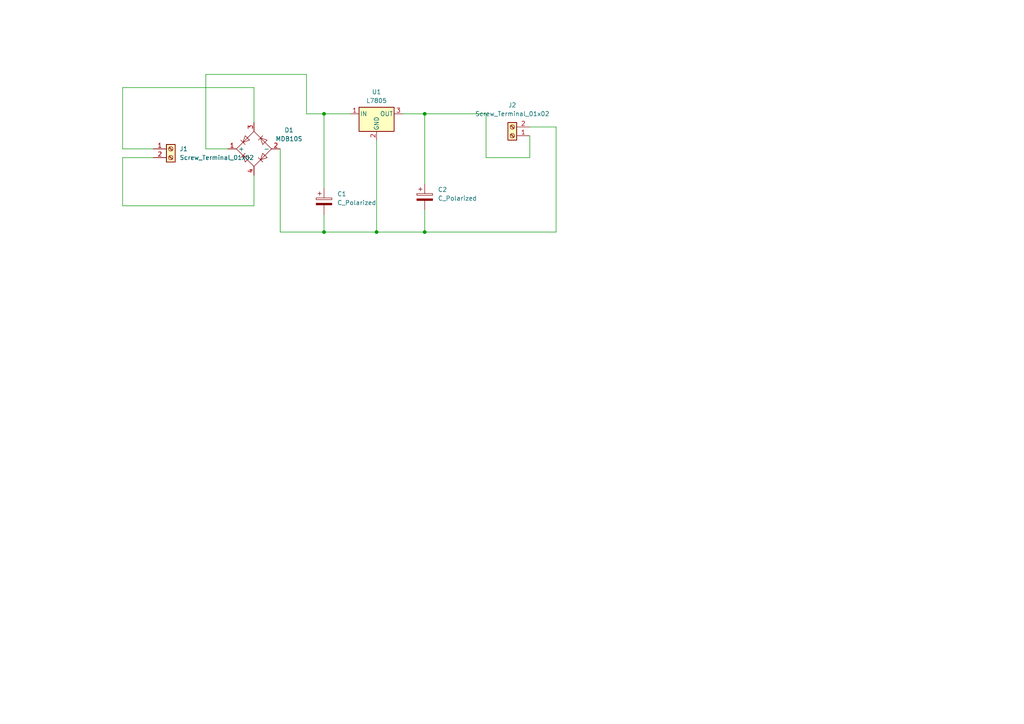
<source format=kicad_sch>
(kicad_sch
	(version 20250114)
	(generator "eeschema")
	(generator_version "9.0")
	(uuid "e3b3b43e-a6da-4cbf-bdee-2e09dbf9d42b")
	(paper "A4")
	(lib_symbols
		(symbol "Connector:Screw_Terminal_01x02"
			(pin_names
				(offset 1.016)
				(hide yes)
			)
			(exclude_from_sim no)
			(in_bom yes)
			(on_board yes)
			(property "Reference" "J"
				(at 0 2.54 0)
				(effects
					(font
						(size 1.27 1.27)
					)
				)
			)
			(property "Value" "Screw_Terminal_01x02"
				(at 0 -5.08 0)
				(effects
					(font
						(size 1.27 1.27)
					)
				)
			)
			(property "Footprint" ""
				(at 0 0 0)
				(effects
					(font
						(size 1.27 1.27)
					)
					(hide yes)
				)
			)
			(property "Datasheet" "~"
				(at 0 0 0)
				(effects
					(font
						(size 1.27 1.27)
					)
					(hide yes)
				)
			)
			(property "Description" "Generic screw terminal, single row, 01x02, script generated (kicad-library-utils/schlib/autogen/connector/)"
				(at 0 0 0)
				(effects
					(font
						(size 1.27 1.27)
					)
					(hide yes)
				)
			)
			(property "ki_keywords" "screw terminal"
				(at 0 0 0)
				(effects
					(font
						(size 1.27 1.27)
					)
					(hide yes)
				)
			)
			(property "ki_fp_filters" "TerminalBlock*:*"
				(at 0 0 0)
				(effects
					(font
						(size 1.27 1.27)
					)
					(hide yes)
				)
			)
			(symbol "Screw_Terminal_01x02_1_1"
				(rectangle
					(start -1.27 1.27)
					(end 1.27 -3.81)
					(stroke
						(width 0.254)
						(type default)
					)
					(fill
						(type background)
					)
				)
				(polyline
					(pts
						(xy -0.5334 0.3302) (xy 0.3302 -0.508)
					)
					(stroke
						(width 0.1524)
						(type default)
					)
					(fill
						(type none)
					)
				)
				(polyline
					(pts
						(xy -0.5334 -2.2098) (xy 0.3302 -3.048)
					)
					(stroke
						(width 0.1524)
						(type default)
					)
					(fill
						(type none)
					)
				)
				(polyline
					(pts
						(xy -0.3556 0.508) (xy 0.508 -0.3302)
					)
					(stroke
						(width 0.1524)
						(type default)
					)
					(fill
						(type none)
					)
				)
				(polyline
					(pts
						(xy -0.3556 -2.032) (xy 0.508 -2.8702)
					)
					(stroke
						(width 0.1524)
						(type default)
					)
					(fill
						(type none)
					)
				)
				(circle
					(center 0 0)
					(radius 0.635)
					(stroke
						(width 0.1524)
						(type default)
					)
					(fill
						(type none)
					)
				)
				(circle
					(center 0 -2.54)
					(radius 0.635)
					(stroke
						(width 0.1524)
						(type default)
					)
					(fill
						(type none)
					)
				)
				(pin passive line
					(at -5.08 0 0)
					(length 3.81)
					(name "Pin_1"
						(effects
							(font
								(size 1.27 1.27)
							)
						)
					)
					(number "1"
						(effects
							(font
								(size 1.27 1.27)
							)
						)
					)
				)
				(pin passive line
					(at -5.08 -2.54 0)
					(length 3.81)
					(name "Pin_2"
						(effects
							(font
								(size 1.27 1.27)
							)
						)
					)
					(number "2"
						(effects
							(font
								(size 1.27 1.27)
							)
						)
					)
				)
			)
			(embedded_fonts no)
		)
		(symbol "Device:C_Polarized"
			(pin_numbers
				(hide yes)
			)
			(pin_names
				(offset 0.254)
			)
			(exclude_from_sim no)
			(in_bom yes)
			(on_board yes)
			(property "Reference" "C"
				(at 0.635 2.54 0)
				(effects
					(font
						(size 1.27 1.27)
					)
					(justify left)
				)
			)
			(property "Value" "C_Polarized"
				(at 0.635 -2.54 0)
				(effects
					(font
						(size 1.27 1.27)
					)
					(justify left)
				)
			)
			(property "Footprint" ""
				(at 0.9652 -3.81 0)
				(effects
					(font
						(size 1.27 1.27)
					)
					(hide yes)
				)
			)
			(property "Datasheet" "~"
				(at 0 0 0)
				(effects
					(font
						(size 1.27 1.27)
					)
					(hide yes)
				)
			)
			(property "Description" "Polarized capacitor"
				(at 0 0 0)
				(effects
					(font
						(size 1.27 1.27)
					)
					(hide yes)
				)
			)
			(property "ki_keywords" "cap capacitor"
				(at 0 0 0)
				(effects
					(font
						(size 1.27 1.27)
					)
					(hide yes)
				)
			)
			(property "ki_fp_filters" "CP_*"
				(at 0 0 0)
				(effects
					(font
						(size 1.27 1.27)
					)
					(hide yes)
				)
			)
			(symbol "C_Polarized_0_1"
				(rectangle
					(start -2.286 0.508)
					(end 2.286 1.016)
					(stroke
						(width 0)
						(type default)
					)
					(fill
						(type none)
					)
				)
				(polyline
					(pts
						(xy -1.778 2.286) (xy -0.762 2.286)
					)
					(stroke
						(width 0)
						(type default)
					)
					(fill
						(type none)
					)
				)
				(polyline
					(pts
						(xy -1.27 2.794) (xy -1.27 1.778)
					)
					(stroke
						(width 0)
						(type default)
					)
					(fill
						(type none)
					)
				)
				(rectangle
					(start 2.286 -0.508)
					(end -2.286 -1.016)
					(stroke
						(width 0)
						(type default)
					)
					(fill
						(type outline)
					)
				)
			)
			(symbol "C_Polarized_1_1"
				(pin passive line
					(at 0 3.81 270)
					(length 2.794)
					(name "~"
						(effects
							(font
								(size 1.27 1.27)
							)
						)
					)
					(number "1"
						(effects
							(font
								(size 1.27 1.27)
							)
						)
					)
				)
				(pin passive line
					(at 0 -3.81 90)
					(length 2.794)
					(name "~"
						(effects
							(font
								(size 1.27 1.27)
							)
						)
					)
					(number "2"
						(effects
							(font
								(size 1.27 1.27)
							)
						)
					)
				)
			)
			(embedded_fonts no)
		)
		(symbol "Diode_Bridge:MDB10S"
			(exclude_from_sim no)
			(in_bom yes)
			(on_board yes)
			(property "Reference" "D"
				(at 3.81 6.35 0)
				(effects
					(font
						(size 1.27 1.27)
					)
				)
			)
			(property "Value" "MDB10S"
				(at 6.35 3.81 0)
				(effects
					(font
						(size 1.27 1.27)
					)
				)
			)
			(property "Footprint" "Package_SO:TSSOP-4_4.4x5mm_P4mm"
				(at 0 0 0)
				(effects
					(font
						(size 1.27 1.27)
					)
					(hide yes)
				)
			)
			(property "Datasheet" "https://www.onsemi.com/pub/Collateral/MDB8S-D.PDF"
				(at 0 0 0)
				(effects
					(font
						(size 1.27 1.27)
					)
					(hide yes)
				)
			)
			(property "Description" "Single-Phase Bridge Rectifier, 700V Vrms, 1A If, TSSOP-4"
				(at 0 0 0)
				(effects
					(font
						(size 1.27 1.27)
					)
					(hide yes)
				)
			)
			(property "ki_keywords" "bridge diode rectifier ac dc acdc ac-dc"
				(at 0 0 0)
				(effects
					(font
						(size 1.27 1.27)
					)
					(hide yes)
				)
			)
			(property "ki_fp_filters" "TSSOP*4.4x5mm*P4mm*"
				(at 0 0 0)
				(effects
					(font
						(size 1.27 1.27)
					)
					(hide yes)
				)
			)
			(symbol "MDB10S_1_1"
				(polyline
					(pts
						(xy -5.08 0) (xy 0 -5.08) (xy 5.08 0) (xy 0 5.08) (xy -5.08 0)
					)
					(stroke
						(width 0)
						(type default)
					)
					(fill
						(type none)
					)
				)
				(polyline
					(pts
						(xy -3.81 2.54) (xy -2.54 1.27) (xy -1.905 3.175) (xy -3.81 2.54)
					)
					(stroke
						(width 0)
						(type default)
					)
					(fill
						(type none)
					)
				)
				(polyline
					(pts
						(xy -2.54 3.81) (xy -1.27 2.54)
					)
					(stroke
						(width 0)
						(type default)
					)
					(fill
						(type none)
					)
				)
				(polyline
					(pts
						(xy -2.54 -1.27) (xy -3.81 -2.54) (xy -1.905 -3.175) (xy -2.54 -1.27)
					)
					(stroke
						(width 0)
						(type default)
					)
					(fill
						(type none)
					)
				)
				(polyline
					(pts
						(xy -1.27 -2.54) (xy -2.54 -3.81)
					)
					(stroke
						(width 0)
						(type default)
					)
					(fill
						(type none)
					)
				)
				(polyline
					(pts
						(xy 1.27 2.54) (xy 2.54 3.81) (xy 3.175 1.905) (xy 1.27 2.54)
					)
					(stroke
						(width 0)
						(type default)
					)
					(fill
						(type none)
					)
				)
				(polyline
					(pts
						(xy 2.54 1.27) (xy 3.81 2.54)
					)
					(stroke
						(width 0)
						(type default)
					)
					(fill
						(type none)
					)
				)
				(polyline
					(pts
						(xy 2.54 -1.27) (xy 3.81 -2.54)
					)
					(stroke
						(width 0)
						(type default)
					)
					(fill
						(type none)
					)
				)
				(polyline
					(pts
						(xy 3.175 -1.905) (xy 1.27 -2.54) (xy 2.54 -3.81) (xy 3.175 -1.905)
					)
					(stroke
						(width 0)
						(type default)
					)
					(fill
						(type none)
					)
				)
				(pin passive line
					(at -7.62 0 0)
					(length 2.54)
					(name "-"
						(effects
							(font
								(size 1.27 1.27)
							)
						)
					)
					(number "2"
						(effects
							(font
								(size 1.27 1.27)
							)
						)
					)
				)
				(pin passive line
					(at 0 7.62 270)
					(length 2.54)
					(name "~"
						(effects
							(font
								(size 1.27 1.27)
							)
						)
					)
					(number "4"
						(effects
							(font
								(size 1.27 1.27)
							)
						)
					)
				)
				(pin passive line
					(at 0 -7.62 90)
					(length 2.54)
					(name "~"
						(effects
							(font
								(size 1.27 1.27)
							)
						)
					)
					(number "3"
						(effects
							(font
								(size 1.27 1.27)
							)
						)
					)
				)
				(pin passive line
					(at 7.62 0 180)
					(length 2.54)
					(name "+"
						(effects
							(font
								(size 1.27 1.27)
							)
						)
					)
					(number "1"
						(effects
							(font
								(size 1.27 1.27)
							)
						)
					)
				)
			)
			(embedded_fonts no)
		)
		(symbol "Regulator_Linear:L7805"
			(pin_names
				(offset 0.254)
			)
			(exclude_from_sim no)
			(in_bom yes)
			(on_board yes)
			(property "Reference" "U"
				(at -3.81 3.175 0)
				(effects
					(font
						(size 1.27 1.27)
					)
				)
			)
			(property "Value" "L7805"
				(at 0 3.175 0)
				(effects
					(font
						(size 1.27 1.27)
					)
					(justify left)
				)
			)
			(property "Footprint" ""
				(at 0.635 -3.81 0)
				(effects
					(font
						(size 1.27 1.27)
						(italic yes)
					)
					(justify left)
					(hide yes)
				)
			)
			(property "Datasheet" "http://www.st.com/content/ccc/resource/technical/document/datasheet/41/4f/b3/b0/12/d4/47/88/CD00000444.pdf/files/CD00000444.pdf/jcr:content/translations/en.CD00000444.pdf"
				(at 0 -1.27 0)
				(effects
					(font
						(size 1.27 1.27)
					)
					(hide yes)
				)
			)
			(property "Description" "Positive 1.5A 35V Linear Regulator, Fixed Output 5V, TO-220/TO-263/TO-252"
				(at 0 0 0)
				(effects
					(font
						(size 1.27 1.27)
					)
					(hide yes)
				)
			)
			(property "ki_keywords" "Voltage Regulator 1.5A Positive"
				(at 0 0 0)
				(effects
					(font
						(size 1.27 1.27)
					)
					(hide yes)
				)
			)
			(property "ki_fp_filters" "TO?252* TO?263* TO?220*"
				(at 0 0 0)
				(effects
					(font
						(size 1.27 1.27)
					)
					(hide yes)
				)
			)
			(symbol "L7805_0_1"
				(rectangle
					(start -5.08 1.905)
					(end 5.08 -5.08)
					(stroke
						(width 0.254)
						(type default)
					)
					(fill
						(type background)
					)
				)
			)
			(symbol "L7805_1_1"
				(pin power_in line
					(at -7.62 0 0)
					(length 2.54)
					(name "IN"
						(effects
							(font
								(size 1.27 1.27)
							)
						)
					)
					(number "1"
						(effects
							(font
								(size 1.27 1.27)
							)
						)
					)
				)
				(pin power_in line
					(at 0 -7.62 90)
					(length 2.54)
					(name "GND"
						(effects
							(font
								(size 1.27 1.27)
							)
						)
					)
					(number "2"
						(effects
							(font
								(size 1.27 1.27)
							)
						)
					)
				)
				(pin power_out line
					(at 7.62 0 180)
					(length 2.54)
					(name "OUT"
						(effects
							(font
								(size 1.27 1.27)
							)
						)
					)
					(number "3"
						(effects
							(font
								(size 1.27 1.27)
							)
						)
					)
				)
			)
			(embedded_fonts no)
		)
	)
	(junction
		(at 109.22 67.31)
		(diameter 0)
		(color 0 0 0 0)
		(uuid "1eef1bc0-64eb-4a33-92a7-76adcdd47828")
	)
	(junction
		(at 123.19 33.02)
		(diameter 0)
		(color 0 0 0 0)
		(uuid "210fa848-6a44-4510-aac0-599d83639ded")
	)
	(junction
		(at 93.98 33.02)
		(diameter 0)
		(color 0 0 0 0)
		(uuid "2a497270-5fa0-404e-a285-45bffaa2129b")
	)
	(junction
		(at 123.19 67.31)
		(diameter 0)
		(color 0 0 0 0)
		(uuid "85bdebc1-1452-4ad0-9d17-d6cc884ac54a")
	)
	(junction
		(at 93.98 67.31)
		(diameter 0)
		(color 0 0 0 0)
		(uuid "c9304d0c-cebc-496c-aeab-1d08ebdf0d8b")
	)
	(wire
		(pts
			(xy 81.28 67.31) (xy 93.98 67.31)
		)
		(stroke
			(width 0)
			(type default)
		)
		(uuid "002ed566-3927-4c20-b213-505168cc1ca1")
	)
	(wire
		(pts
			(xy 161.29 36.83) (xy 153.67 36.83)
		)
		(stroke
			(width 0)
			(type default)
		)
		(uuid "03d30253-9683-49ee-b1d9-340d11c40be1")
	)
	(wire
		(pts
			(xy 88.9 21.59) (xy 88.9 33.02)
		)
		(stroke
			(width 0)
			(type default)
		)
		(uuid "14992e4e-f079-4110-8500-031aff7cb326")
	)
	(wire
		(pts
			(xy 153.67 45.72) (xy 153.67 39.37)
		)
		(stroke
			(width 0)
			(type default)
		)
		(uuid "19572dad-8b91-4fe0-9e04-be511264c502")
	)
	(wire
		(pts
			(xy 109.22 67.31) (xy 123.19 67.31)
		)
		(stroke
			(width 0)
			(type default)
		)
		(uuid "1c076f97-a6f3-4a3d-9680-e4207a1d4b18")
	)
	(wire
		(pts
			(xy 93.98 62.23) (xy 93.98 67.31)
		)
		(stroke
			(width 0)
			(type default)
		)
		(uuid "1d7553f6-dbaa-4a61-9d5f-2673141ead3f")
	)
	(wire
		(pts
			(xy 93.98 67.31) (xy 109.22 67.31)
		)
		(stroke
			(width 0)
			(type default)
		)
		(uuid "3880d48c-6f5b-45d0-be19-c8dde291523c")
	)
	(wire
		(pts
			(xy 35.56 43.18) (xy 35.56 25.4)
		)
		(stroke
			(width 0)
			(type default)
		)
		(uuid "3908a654-1e16-4436-b6d7-90aa1f3f8646")
	)
	(wire
		(pts
			(xy 44.45 45.72) (xy 35.56 45.72)
		)
		(stroke
			(width 0)
			(type default)
		)
		(uuid "49165b29-f343-4529-b17d-dc3e180ac5b2")
	)
	(wire
		(pts
			(xy 73.66 25.4) (xy 73.66 35.56)
		)
		(stroke
			(width 0)
			(type default)
		)
		(uuid "4e40e3d4-8846-4474-a444-54742724fce1")
	)
	(wire
		(pts
			(xy 93.98 33.02) (xy 101.6 33.02)
		)
		(stroke
			(width 0)
			(type default)
		)
		(uuid "4e8177d3-863d-4af9-8497-ec9a784add22")
	)
	(wire
		(pts
			(xy 123.19 67.31) (xy 161.29 67.31)
		)
		(stroke
			(width 0)
			(type default)
		)
		(uuid "50d90bb8-7bfe-4f23-b732-81cc64a77519")
	)
	(wire
		(pts
			(xy 93.98 33.02) (xy 93.98 54.61)
		)
		(stroke
			(width 0)
			(type default)
		)
		(uuid "515bb34e-76d2-460b-a6ba-8f3182a8d893")
	)
	(wire
		(pts
			(xy 116.84 33.02) (xy 123.19 33.02)
		)
		(stroke
			(width 0)
			(type default)
		)
		(uuid "59a143cb-b4cf-4745-9444-55a3d7a1e584")
	)
	(wire
		(pts
			(xy 123.19 33.02) (xy 123.19 53.34)
		)
		(stroke
			(width 0)
			(type default)
		)
		(uuid "5e2e4dc1-ce86-4fd9-9c3d-fd301cf5a02f")
	)
	(wire
		(pts
			(xy 140.97 33.02) (xy 140.97 45.72)
		)
		(stroke
			(width 0)
			(type default)
		)
		(uuid "6750b870-260f-4922-8312-84b3c6f426a6")
	)
	(wire
		(pts
			(xy 44.45 43.18) (xy 35.56 43.18)
		)
		(stroke
			(width 0)
			(type default)
		)
		(uuid "7143a896-a78c-4c1f-8919-3ad4f0e7b998")
	)
	(wire
		(pts
			(xy 123.19 60.96) (xy 123.19 67.31)
		)
		(stroke
			(width 0)
			(type default)
		)
		(uuid "7b6284ab-87c1-4910-ae34-e19a432ed0e2")
	)
	(wire
		(pts
			(xy 161.29 67.31) (xy 161.29 36.83)
		)
		(stroke
			(width 0)
			(type default)
		)
		(uuid "7ccfa4c6-4464-4b79-92ef-e8176fae2f45")
	)
	(wire
		(pts
			(xy 35.56 45.72) (xy 35.56 59.69)
		)
		(stroke
			(width 0)
			(type default)
		)
		(uuid "7f464354-1089-494b-bfbb-064b5b71bb7a")
	)
	(wire
		(pts
			(xy 35.56 25.4) (xy 73.66 25.4)
		)
		(stroke
			(width 0)
			(type default)
		)
		(uuid "99c0bcb7-b531-419f-a05a-ae955ab2e43b")
	)
	(wire
		(pts
			(xy 59.69 21.59) (xy 88.9 21.59)
		)
		(stroke
			(width 0)
			(type default)
		)
		(uuid "b73565ff-386a-4379-8cc6-c9aea4ba6db0")
	)
	(wire
		(pts
			(xy 35.56 59.69) (xy 73.66 59.69)
		)
		(stroke
			(width 0)
			(type default)
		)
		(uuid "be0ea655-6315-4637-a74c-e1dd26a2c482")
	)
	(wire
		(pts
			(xy 140.97 45.72) (xy 153.67 45.72)
		)
		(stroke
			(width 0)
			(type default)
		)
		(uuid "cba6bf2f-b6bf-41ba-9478-0843c12f2cae")
	)
	(wire
		(pts
			(xy 73.66 50.8) (xy 73.66 59.69)
		)
		(stroke
			(width 0)
			(type default)
		)
		(uuid "d1e6f7ad-a8a3-4237-8f7c-6cde638d56d3")
	)
	(wire
		(pts
			(xy 66.04 43.18) (xy 59.69 43.18)
		)
		(stroke
			(width 0)
			(type default)
		)
		(uuid "d26d9da2-f3a1-4b9c-92f7-505cc47148d3")
	)
	(wire
		(pts
			(xy 109.22 40.64) (xy 109.22 67.31)
		)
		(stroke
			(width 0)
			(type default)
		)
		(uuid "d699e9fd-1934-4bbe-a854-939d28b676ab")
	)
	(wire
		(pts
			(xy 88.9 33.02) (xy 93.98 33.02)
		)
		(stroke
			(width 0)
			(type default)
		)
		(uuid "d764942f-0825-494e-956d-6a003b5d744a")
	)
	(wire
		(pts
			(xy 59.69 43.18) (xy 59.69 21.59)
		)
		(stroke
			(width 0)
			(type default)
		)
		(uuid "e0c54113-6238-48f2-9d24-4f592064f82a")
	)
	(wire
		(pts
			(xy 123.19 33.02) (xy 140.97 33.02)
		)
		(stroke
			(width 0)
			(type default)
		)
		(uuid "e8b4c43a-1a73-478b-a865-049be6c2e491")
	)
	(wire
		(pts
			(xy 81.28 43.18) (xy 81.28 67.31)
		)
		(stroke
			(width 0)
			(type default)
		)
		(uuid "f67799d5-db02-4446-b3e0-da6b8a3b36ff")
	)
	(symbol
		(lib_id "Connector:Screw_Terminal_01x02")
		(at 49.53 43.18 0)
		(unit 1)
		(exclude_from_sim no)
		(in_bom yes)
		(on_board yes)
		(dnp no)
		(fields_autoplaced yes)
		(uuid "1f2fff51-95c2-4161-b14c-d6333781aa32")
		(property "Reference" "J1"
			(at 52.07 43.1799 0)
			(effects
				(font
					(size 1.27 1.27)
				)
				(justify left)
			)
		)
		(property "Value" "Screw_Terminal_01x02"
			(at 52.07 45.7199 0)
			(effects
				(font
					(size 1.27 1.27)
				)
				(justify left)
			)
		)
		(property "Footprint" "TerminalBlock_Phoenix:TerminalBlock_Phoenix_MKDS-1,5-2_1x02_P5.00mm_Horizontal"
			(at 49.53 43.18 0)
			(effects
				(font
					(size 1.27 1.27)
				)
				(hide yes)
			)
		)
		(property "Datasheet" "~"
			(at 49.53 43.18 0)
			(effects
				(font
					(size 1.27 1.27)
				)
				(hide yes)
			)
		)
		(property "Description" "Generic screw terminal, single row, 01x02, script generated (kicad-library-utils/schlib/autogen/connector/)"
			(at 49.53 43.18 0)
			(effects
				(font
					(size 1.27 1.27)
				)
				(hide yes)
			)
		)
		(pin "1"
			(uuid "76da07e6-8df6-428c-aaa4-2feb01662e61")
		)
		(pin "2"
			(uuid "f4799d05-288b-4bcd-9835-7806ed2d3aaf")
		)
		(instances
			(project ""
				(path "/e3b3b43e-a6da-4cbf-bdee-2e09dbf9d42b"
					(reference "J1")
					(unit 1)
				)
			)
		)
	)
	(symbol
		(lib_id "Regulator_Linear:L7805")
		(at 109.22 33.02 0)
		(unit 1)
		(exclude_from_sim no)
		(in_bom yes)
		(on_board yes)
		(dnp no)
		(fields_autoplaced yes)
		(uuid "2b161c3d-b8ef-4fa0-b512-3b6e6043c0fe")
		(property "Reference" "U1"
			(at 109.22 26.67 0)
			(effects
				(font
					(size 1.27 1.27)
				)
			)
		)
		(property "Value" "L7805"
			(at 109.22 29.21 0)
			(effects
				(font
					(size 1.27 1.27)
				)
			)
		)
		(property "Footprint" "Package_TO_SOT_THT:TO-220-3_Vertical"
			(at 109.855 36.83 0)
			(effects
				(font
					(size 1.27 1.27)
					(italic yes)
				)
				(justify left)
				(hide yes)
			)
		)
		(property "Datasheet" "http://www.st.com/content/ccc/resource/technical/document/datasheet/41/4f/b3/b0/12/d4/47/88/CD00000444.pdf/files/CD00000444.pdf/jcr:content/translations/en.CD00000444.pdf"
			(at 109.22 34.29 0)
			(effects
				(font
					(size 1.27 1.27)
				)
				(hide yes)
			)
		)
		(property "Description" "Positive 1.5A 35V Linear Regulator, Fixed Output 5V, TO-220/TO-263/TO-252"
			(at 109.22 33.02 0)
			(effects
				(font
					(size 1.27 1.27)
				)
				(hide yes)
			)
		)
		(pin "3"
			(uuid "28524d27-66ab-42b9-95d5-5483ff948ae7")
		)
		(pin "1"
			(uuid "d34afaa5-5415-4347-9b52-50f837fc257b")
		)
		(pin "2"
			(uuid "02835da3-1ee3-443b-84f6-41ff9cfca13e")
		)
		(instances
			(project ""
				(path "/e3b3b43e-a6da-4cbf-bdee-2e09dbf9d42b"
					(reference "U1")
					(unit 1)
				)
			)
		)
	)
	(symbol
		(lib_id "Device:C_Polarized")
		(at 93.98 58.42 0)
		(unit 1)
		(exclude_from_sim no)
		(in_bom yes)
		(on_board yes)
		(dnp no)
		(fields_autoplaced yes)
		(uuid "2dd446bc-adee-43f5-a919-e5bca051b007")
		(property "Reference" "C1"
			(at 97.79 56.2609 0)
			(effects
				(font
					(size 1.27 1.27)
				)
				(justify left)
			)
		)
		(property "Value" "C_Polarized"
			(at 97.79 58.8009 0)
			(effects
				(font
					(size 1.27 1.27)
				)
				(justify left)
			)
		)
		(property "Footprint" "Capacitor_THT:CP_Radial_D6.3mm_P2.50mm"
			(at 94.9452 62.23 0)
			(effects
				(font
					(size 1.27 1.27)
				)
				(hide yes)
			)
		)
		(property "Datasheet" "~"
			(at 93.98 58.42 0)
			(effects
				(font
					(size 1.27 1.27)
				)
				(hide yes)
			)
		)
		(property "Description" "Polarized capacitor"
			(at 93.98 58.42 0)
			(effects
				(font
					(size 1.27 1.27)
				)
				(hide yes)
			)
		)
		(pin "2"
			(uuid "64e4512d-92e2-45b6-af2c-dcf0ce307327")
		)
		(pin "1"
			(uuid "a54a80a3-797b-4869-91e0-a380174153e8")
		)
		(instances
			(project ""
				(path "/e3b3b43e-a6da-4cbf-bdee-2e09dbf9d42b"
					(reference "C1")
					(unit 1)
				)
			)
		)
	)
	(symbol
		(lib_id "Device:C_Polarized")
		(at 123.19 57.15 0)
		(unit 1)
		(exclude_from_sim no)
		(in_bom yes)
		(on_board yes)
		(dnp no)
		(fields_autoplaced yes)
		(uuid "306ea7ae-f68e-4fd2-b779-04cc4c2c3964")
		(property "Reference" "C2"
			(at 127 54.9909 0)
			(effects
				(font
					(size 1.27 1.27)
				)
				(justify left)
			)
		)
		(property "Value" "C_Polarized"
			(at 127 57.5309 0)
			(effects
				(font
					(size 1.27 1.27)
				)
				(justify left)
			)
		)
		(property "Footprint" "Capacitor_THT:CP_Radial_D6.3mm_P2.50mm"
			(at 124.1552 60.96 0)
			(effects
				(font
					(size 1.27 1.27)
				)
				(hide yes)
			)
		)
		(property "Datasheet" "~"
			(at 123.19 57.15 0)
			(effects
				(font
					(size 1.27 1.27)
				)
				(hide yes)
			)
		)
		(property "Description" "Polarized capacitor"
			(at 123.19 57.15 0)
			(effects
				(font
					(size 1.27 1.27)
				)
				(hide yes)
			)
		)
		(pin "1"
			(uuid "84fecca3-784e-4b28-89bf-9a77106a7ad3")
		)
		(pin "2"
			(uuid "2c16eccc-004a-4a73-b84d-12005f008fd1")
		)
		(instances
			(project ""
				(path "/e3b3b43e-a6da-4cbf-bdee-2e09dbf9d42b"
					(reference "C2")
					(unit 1)
				)
			)
		)
	)
	(symbol
		(lib_id "Diode_Bridge:MDB10S")
		(at 73.66 43.18 180)
		(unit 1)
		(exclude_from_sim no)
		(in_bom yes)
		(on_board yes)
		(dnp no)
		(fields_autoplaced yes)
		(uuid "a923e602-643b-40bc-82db-386647861bb5")
		(property "Reference" "D1"
			(at 83.82 37.7346 0)
			(effects
				(font
					(size 1.27 1.27)
				)
			)
		)
		(property "Value" "MDB10S"
			(at 83.82 40.2746 0)
			(effects
				(font
					(size 1.27 1.27)
				)
			)
		)
		(property "Footprint" "Package_SO:TSSOP-4_4.4x5mm_P4mm"
			(at 73.66 43.18 0)
			(effects
				(font
					(size 1.27 1.27)
				)
				(hide yes)
			)
		)
		(property "Datasheet" "https://www.onsemi.com/pub/Collateral/MDB8S-D.PDF"
			(at 73.66 43.18 0)
			(effects
				(font
					(size 1.27 1.27)
				)
				(hide yes)
			)
		)
		(property "Description" "Single-Phase Bridge Rectifier, 700V Vrms, 1A If, TSSOP-4"
			(at 73.66 43.18 0)
			(effects
				(font
					(size 1.27 1.27)
				)
				(hide yes)
			)
		)
		(pin "1"
			(uuid "ce3fd052-50ec-4d75-9fa1-c079aaa2c0ef")
		)
		(pin "2"
			(uuid "9afcd393-bdd1-41d1-adde-098c48e6c8dc")
		)
		(pin "3"
			(uuid "e36f6dc4-4008-4fe2-aae5-e3d0ab578f1a")
		)
		(pin "4"
			(uuid "b69698f1-6010-4b82-9f2f-1675728b1aad")
		)
		(instances
			(project ""
				(path "/e3b3b43e-a6da-4cbf-bdee-2e09dbf9d42b"
					(reference "D1")
					(unit 1)
				)
			)
		)
	)
	(symbol
		(lib_id "Connector:Screw_Terminal_01x02")
		(at 148.59 39.37 180)
		(unit 1)
		(exclude_from_sim no)
		(in_bom yes)
		(on_board yes)
		(dnp no)
		(fields_autoplaced yes)
		(uuid "ef2352b6-f2ec-40b7-8b4a-823316810164")
		(property "Reference" "J2"
			(at 148.59 30.48 0)
			(effects
				(font
					(size 1.27 1.27)
				)
			)
		)
		(property "Value" "Screw_Terminal_01x02"
			(at 148.59 33.02 0)
			(effects
				(font
					(size 1.27 1.27)
				)
			)
		)
		(property "Footprint" "TerminalBlock_Phoenix:TerminalBlock_Phoenix_MKDS-1,5-2_1x02_P5.00mm_Horizontal"
			(at 148.59 39.37 0)
			(effects
				(font
					(size 1.27 1.27)
				)
				(hide yes)
			)
		)
		(property "Datasheet" "~"
			(at 148.59 39.37 0)
			(effects
				(font
					(size 1.27 1.27)
				)
				(hide yes)
			)
		)
		(property "Description" "Generic screw terminal, single row, 01x02, script generated (kicad-library-utils/schlib/autogen/connector/)"
			(at 148.59 39.37 0)
			(effects
				(font
					(size 1.27 1.27)
				)
				(hide yes)
			)
		)
		(pin "1"
			(uuid "fcbb885b-143e-417c-a0fa-da9592fe5c3b")
		)
		(pin "2"
			(uuid "5b3e987b-1d11-46db-887e-c6ea6eaa57dc")
		)
		(instances
			(project ""
				(path "/e3b3b43e-a6da-4cbf-bdee-2e09dbf9d42b"
					(reference "J2")
					(unit 1)
				)
			)
		)
	)
	(sheet_instances
		(path "/"
			(page "1")
		)
	)
	(embedded_fonts no)
)

</source>
